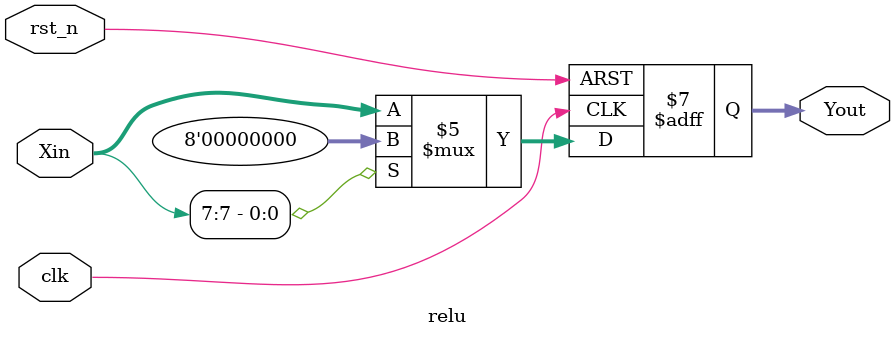
<source format=v>
module relu(clk, rst_n, Xin, Yout);
input clk;
input rst_n;
input signed [7:0] Xin;
output reg signed [7:0] Yout;

always@(posedge clk or negedge rst_n)
begin
	if(!rst_n)
		Yout <= 8'd0;
	else if (Xin[7] == 1'b1)
		Yout <= 8'd0;
	else
		Yout <= Xin;
end

endmodule

</source>
